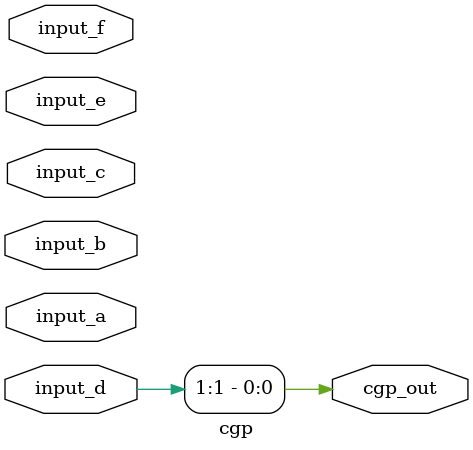
<source format=v>
module cgp(input [2:0] input_a, input [2:0] input_b, input [2:0] input_c, input [2:0] input_d, input [2:0] input_e, input [2:0] input_f, output [0:0] cgp_out);
  wire cgp_core_020;
  wire cgp_core_021;
  wire cgp_core_022;
  wire cgp_core_023;
  wire cgp_core_024;
  wire cgp_core_025;
  wire cgp_core_026;
  wire cgp_core_027;
  wire cgp_core_028;
  wire cgp_core_029;
  wire cgp_core_030;
  wire cgp_core_031;
  wire cgp_core_032;
  wire cgp_core_033;
  wire cgp_core_034;
  wire cgp_core_035;
  wire cgp_core_036;
  wire cgp_core_037;
  wire cgp_core_038;
  wire cgp_core_039;
  wire cgp_core_040;
  wire cgp_core_042;
  wire cgp_core_043;
  wire cgp_core_044;
  wire cgp_core_045;
  wire cgp_core_046;
  wire cgp_core_047;
  wire cgp_core_048;
  wire cgp_core_049;
  wire cgp_core_050;
  wire cgp_core_051;
  wire cgp_core_052;
  wire cgp_core_053;
  wire cgp_core_054;
  wire cgp_core_056;
  wire cgp_core_058;
  wire cgp_core_059;
  wire cgp_core_061;
  wire cgp_core_065;
  wire cgp_core_066;
  wire cgp_core_069;
  wire cgp_core_070;
  wire cgp_core_071;
  wire cgp_core_072;
  wire cgp_core_073;
  wire cgp_core_074;
  wire cgp_core_075;
  wire cgp_core_076;
  wire cgp_core_077;
  wire cgp_core_078;
  wire cgp_core_079;
  wire cgp_core_080;
  wire cgp_core_083_not;
  wire cgp_core_085;
  wire cgp_core_086;
  wire cgp_core_087;
  wire cgp_core_088;
  wire cgp_core_089;
  wire cgp_core_093;
  wire cgp_core_094;
  wire cgp_core_095;
  wire cgp_core_096;
  wire cgp_core_097;
  wire cgp_core_098;
  wire cgp_core_099;

  assign cgp_core_020 = input_c[0] ^ input_e[0];
  assign cgp_core_021 = input_c[0] & input_e[0];
  assign cgp_core_022 = input_c[1] ^ input_e[1];
  assign cgp_core_023 = input_c[1] & input_e[1];
  assign cgp_core_024 = cgp_core_022 ^ cgp_core_021;
  assign cgp_core_025 = cgp_core_022 & cgp_core_021;
  assign cgp_core_026 = cgp_core_023 | cgp_core_025;
  assign cgp_core_027 = input_c[2] ^ input_e[2];
  assign cgp_core_028 = ~(input_d[1] & input_e[2]);
  assign cgp_core_029 = cgp_core_027 ^ cgp_core_026;
  assign cgp_core_030 = cgp_core_027 & cgp_core_026;
  assign cgp_core_031 = cgp_core_028 | cgp_core_030;
  assign cgp_core_032 = input_a[0] | cgp_core_020;
  assign cgp_core_033 = input_a[0] & cgp_core_020;
  assign cgp_core_034 = input_a[1] ^ cgp_core_024;
  assign cgp_core_035 = input_a[1] & cgp_core_024;
  assign cgp_core_036 = cgp_core_034 ^ cgp_core_033;
  assign cgp_core_037 = cgp_core_034 & cgp_core_033;
  assign cgp_core_038 = cgp_core_035 | cgp_core_037;
  assign cgp_core_039 = ~(input_a[2] | cgp_core_029);
  assign cgp_core_040 = input_a[2] & cgp_core_029;
  assign cgp_core_042 = cgp_core_039 & input_c[2];
  assign cgp_core_043 = cgp_core_040 | cgp_core_042;
  assign cgp_core_044 = cgp_core_031 ^ cgp_core_043;
  assign cgp_core_045 = cgp_core_031 & cgp_core_043;
  assign cgp_core_046 = input_d[0] ^ input_f[0];
  assign cgp_core_047 = input_d[0] & input_f[0];
  assign cgp_core_048 = input_d[1] ^ input_f[1];
  assign cgp_core_049 = input_d[1] & input_f[1];
  assign cgp_core_050 = cgp_core_048 ^ cgp_core_047;
  assign cgp_core_051 = cgp_core_048 & cgp_core_047;
  assign cgp_core_052 = input_a[1] | cgp_core_051;
  assign cgp_core_053 = input_e[1] ^ input_f[2];
  assign cgp_core_054 = input_d[2] & input_f[2];
  assign cgp_core_056 = cgp_core_053 & cgp_core_052;
  assign cgp_core_058 = input_b[0] ^ cgp_core_046;
  assign cgp_core_059 = input_b[0] & cgp_core_046;
  assign cgp_core_061 = input_b[1] & cgp_core_050;
  assign cgp_core_065 = input_b[2] ^ cgp_core_053;
  assign cgp_core_066 = input_d[0] & cgp_core_053;
  assign cgp_core_069 = cgp_core_066 | input_f[1];
  assign cgp_core_070 = cgp_core_054 ^ cgp_core_069;
  assign cgp_core_071 = cgp_core_054 & cgp_core_069;
  assign cgp_core_072 = ~cgp_core_071;
  assign cgp_core_073 = cgp_core_045 & cgp_core_072;
  assign cgp_core_074 = ~(cgp_core_045 ^ cgp_core_071);
  assign cgp_core_075 = ~cgp_core_070;
  assign cgp_core_076 = cgp_core_044 & cgp_core_075;
  assign cgp_core_077 = input_e[2] & cgp_core_074;
  assign cgp_core_078 = ~(cgp_core_044 ^ cgp_core_070);
  assign cgp_core_079 = cgp_core_078 & cgp_core_074;
  assign cgp_core_080 = ~cgp_core_065;
  assign cgp_core_083_not = ~input_c[2];
  assign cgp_core_085 = ~cgp_core_059;
  assign cgp_core_086 = cgp_core_036 & cgp_core_085;
  assign cgp_core_087 = cgp_core_086 & cgp_core_083_not;
  assign cgp_core_088 = ~(cgp_core_036 ^ cgp_core_059);
  assign cgp_core_089 = cgp_core_088 & cgp_core_083_not;
  assign cgp_core_093 = ~(cgp_core_032 ^ cgp_core_058);
  assign cgp_core_094 = input_b[1] & cgp_core_089;
  assign cgp_core_095 = cgp_core_087 | input_e[2];
  assign cgp_core_096 = input_b[0] | input_e[1];
  assign cgp_core_097 = cgp_core_073 | cgp_core_094;
  assign cgp_core_098 = cgp_core_077 | input_f[1];
  assign cgp_core_099 = cgp_core_096 | cgp_core_098;

  assign cgp_out[0] = input_d[1];
endmodule
</source>
